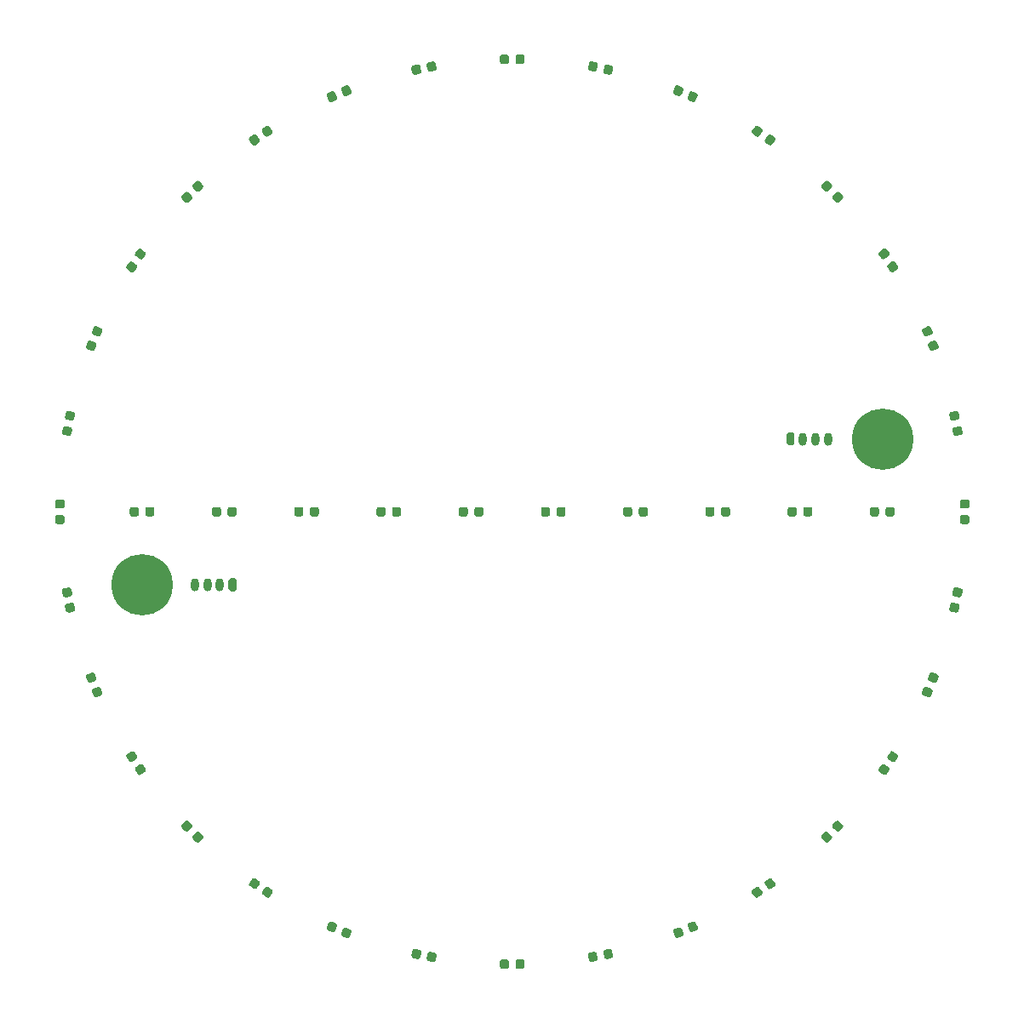
<source format=gbr>
%TF.GenerationSoftware,KiCad,Pcbnew,5.1.12-84ad8e8a86~92~ubuntu20.04.1*%
%TF.CreationDate,2021-11-26T19:12:35+01:00*%
%TF.ProjectId,led-ring-with-crossbar,6c65642d-7269-46e6-972d-776974682d63,rev?*%
%TF.SameCoordinates,Original*%
%TF.FileFunction,Soldermask,Bot*%
%TF.FilePolarity,Negative*%
%FSLAX46Y46*%
G04 Gerber Fmt 4.6, Leading zero omitted, Abs format (unit mm)*
G04 Created by KiCad (PCBNEW 5.1.12-84ad8e8a86~92~ubuntu20.04.1) date 2021-11-26 19:12:35*
%MOMM*%
%LPD*%
G01*
G04 APERTURE LIST*
%ADD10O,0.800000X1.300000*%
%ADD11C,6.100000*%
G04 APERTURE END LIST*
D10*
%TO.C,J_OUT1*%
X68430000Y-107250000D03*
X69680000Y-107250000D03*
X70930000Y-107250000D03*
G36*
G01*
X72580000Y-106800000D02*
X72580000Y-107700000D01*
G75*
G02*
X72380000Y-107900000I-200000J0D01*
G01*
X71980000Y-107900000D01*
G75*
G02*
X71780000Y-107700000I0J200000D01*
G01*
X71780000Y-106800000D01*
G75*
G02*
X71980000Y-106600000I200000J0D01*
G01*
X72380000Y-106600000D01*
G75*
G02*
X72580000Y-106800000I0J-200000D01*
G01*
G37*
%TD*%
%TO.C,J_IN1*%
X131430000Y-92750000D03*
X130180000Y-92750000D03*
X128930000Y-92750000D03*
G36*
G01*
X127280000Y-93200000D02*
X127280000Y-92300000D01*
G75*
G02*
X127480000Y-92100000I200000J0D01*
G01*
X127880000Y-92100000D01*
G75*
G02*
X128080000Y-92300000I0J-200000D01*
G01*
X128080000Y-93200000D01*
G75*
G02*
X127880000Y-93400000I-200000J0D01*
G01*
X127480000Y-93400000D01*
G75*
G02*
X127280000Y-93200000I0J200000D01*
G01*
G37*
%TD*%
D11*
%TO.C,H2*%
X136820000Y-92750000D03*
%TD*%
%TO.C,H1*%
X63200000Y-107250000D03*
%TD*%
%TO.C,C42*%
G36*
G01*
X63505000Y-100250000D02*
X63505000Y-99750000D01*
G75*
G02*
X63730000Y-99525000I225000J0D01*
G01*
X64180000Y-99525000D01*
G75*
G02*
X64405000Y-99750000I0J-225000D01*
G01*
X64405000Y-100250000D01*
G75*
G02*
X64180000Y-100475000I-225000J0D01*
G01*
X63730000Y-100475000D01*
G75*
G02*
X63505000Y-100250000I0J225000D01*
G01*
G37*
G36*
G01*
X61955000Y-100250000D02*
X61955000Y-99750000D01*
G75*
G02*
X62180000Y-99525000I225000J0D01*
G01*
X62630000Y-99525000D01*
G75*
G02*
X62855000Y-99750000I0J-225000D01*
G01*
X62855000Y-100250000D01*
G75*
G02*
X62630000Y-100475000I-225000J0D01*
G01*
X62180000Y-100475000D01*
G75*
G02*
X61955000Y-100250000I0J225000D01*
G01*
G37*
%TD*%
%TO.C,C41*%
G36*
G01*
X71685000Y-100250000D02*
X71685000Y-99750000D01*
G75*
G02*
X71910000Y-99525000I225000J0D01*
G01*
X72360000Y-99525000D01*
G75*
G02*
X72585000Y-99750000I0J-225000D01*
G01*
X72585000Y-100250000D01*
G75*
G02*
X72360000Y-100475000I-225000J0D01*
G01*
X71910000Y-100475000D01*
G75*
G02*
X71685000Y-100250000I0J225000D01*
G01*
G37*
G36*
G01*
X70135000Y-100250000D02*
X70135000Y-99750000D01*
G75*
G02*
X70360000Y-99525000I225000J0D01*
G01*
X70810000Y-99525000D01*
G75*
G02*
X71035000Y-99750000I0J-225000D01*
G01*
X71035000Y-100250000D01*
G75*
G02*
X70810000Y-100475000I-225000J0D01*
G01*
X70360000Y-100475000D01*
G75*
G02*
X70135000Y-100250000I0J225000D01*
G01*
G37*
%TD*%
%TO.C,C40*%
G36*
G01*
X79865000Y-100250000D02*
X79865000Y-99750000D01*
G75*
G02*
X80090000Y-99525000I225000J0D01*
G01*
X80540000Y-99525000D01*
G75*
G02*
X80765000Y-99750000I0J-225000D01*
G01*
X80765000Y-100250000D01*
G75*
G02*
X80540000Y-100475000I-225000J0D01*
G01*
X80090000Y-100475000D01*
G75*
G02*
X79865000Y-100250000I0J225000D01*
G01*
G37*
G36*
G01*
X78315000Y-100250000D02*
X78315000Y-99750000D01*
G75*
G02*
X78540000Y-99525000I225000J0D01*
G01*
X78990000Y-99525000D01*
G75*
G02*
X79215000Y-99750000I0J-225000D01*
G01*
X79215000Y-100250000D01*
G75*
G02*
X78990000Y-100475000I-225000J0D01*
G01*
X78540000Y-100475000D01*
G75*
G02*
X78315000Y-100250000I0J225000D01*
G01*
G37*
%TD*%
%TO.C,C39*%
G36*
G01*
X88045000Y-100250000D02*
X88045000Y-99750000D01*
G75*
G02*
X88270000Y-99525000I225000J0D01*
G01*
X88720000Y-99525000D01*
G75*
G02*
X88945000Y-99750000I0J-225000D01*
G01*
X88945000Y-100250000D01*
G75*
G02*
X88720000Y-100475000I-225000J0D01*
G01*
X88270000Y-100475000D01*
G75*
G02*
X88045000Y-100250000I0J225000D01*
G01*
G37*
G36*
G01*
X86495000Y-100250000D02*
X86495000Y-99750000D01*
G75*
G02*
X86720000Y-99525000I225000J0D01*
G01*
X87170000Y-99525000D01*
G75*
G02*
X87395000Y-99750000I0J-225000D01*
G01*
X87395000Y-100250000D01*
G75*
G02*
X87170000Y-100475000I-225000J0D01*
G01*
X86720000Y-100475000D01*
G75*
G02*
X86495000Y-100250000I0J225000D01*
G01*
G37*
%TD*%
%TO.C,C38*%
G36*
G01*
X96225000Y-100250000D02*
X96225000Y-99750000D01*
G75*
G02*
X96450000Y-99525000I225000J0D01*
G01*
X96900000Y-99525000D01*
G75*
G02*
X97125000Y-99750000I0J-225000D01*
G01*
X97125000Y-100250000D01*
G75*
G02*
X96900000Y-100475000I-225000J0D01*
G01*
X96450000Y-100475000D01*
G75*
G02*
X96225000Y-100250000I0J225000D01*
G01*
G37*
G36*
G01*
X94675000Y-100250000D02*
X94675000Y-99750000D01*
G75*
G02*
X94900000Y-99525000I225000J0D01*
G01*
X95350000Y-99525000D01*
G75*
G02*
X95575000Y-99750000I0J-225000D01*
G01*
X95575000Y-100250000D01*
G75*
G02*
X95350000Y-100475000I-225000J0D01*
G01*
X94900000Y-100475000D01*
G75*
G02*
X94675000Y-100250000I0J225000D01*
G01*
G37*
%TD*%
%TO.C,C37*%
G36*
G01*
X104405000Y-100250000D02*
X104405000Y-99750000D01*
G75*
G02*
X104630000Y-99525000I225000J0D01*
G01*
X105080000Y-99525000D01*
G75*
G02*
X105305000Y-99750000I0J-225000D01*
G01*
X105305000Y-100250000D01*
G75*
G02*
X105080000Y-100475000I-225000J0D01*
G01*
X104630000Y-100475000D01*
G75*
G02*
X104405000Y-100250000I0J225000D01*
G01*
G37*
G36*
G01*
X102855000Y-100250000D02*
X102855000Y-99750000D01*
G75*
G02*
X103080000Y-99525000I225000J0D01*
G01*
X103530000Y-99525000D01*
G75*
G02*
X103755000Y-99750000I0J-225000D01*
G01*
X103755000Y-100250000D01*
G75*
G02*
X103530000Y-100475000I-225000J0D01*
G01*
X103080000Y-100475000D01*
G75*
G02*
X102855000Y-100250000I0J225000D01*
G01*
G37*
%TD*%
%TO.C,C36*%
G36*
G01*
X112585000Y-100250000D02*
X112585000Y-99750000D01*
G75*
G02*
X112810000Y-99525000I225000J0D01*
G01*
X113260000Y-99525000D01*
G75*
G02*
X113485000Y-99750000I0J-225000D01*
G01*
X113485000Y-100250000D01*
G75*
G02*
X113260000Y-100475000I-225000J0D01*
G01*
X112810000Y-100475000D01*
G75*
G02*
X112585000Y-100250000I0J225000D01*
G01*
G37*
G36*
G01*
X111035000Y-100250000D02*
X111035000Y-99750000D01*
G75*
G02*
X111260000Y-99525000I225000J0D01*
G01*
X111710000Y-99525000D01*
G75*
G02*
X111935000Y-99750000I0J-225000D01*
G01*
X111935000Y-100250000D01*
G75*
G02*
X111710000Y-100475000I-225000J0D01*
G01*
X111260000Y-100475000D01*
G75*
G02*
X111035000Y-100250000I0J225000D01*
G01*
G37*
%TD*%
%TO.C,C35*%
G36*
G01*
X120765000Y-100250000D02*
X120765000Y-99750000D01*
G75*
G02*
X120990000Y-99525000I225000J0D01*
G01*
X121440000Y-99525000D01*
G75*
G02*
X121665000Y-99750000I0J-225000D01*
G01*
X121665000Y-100250000D01*
G75*
G02*
X121440000Y-100475000I-225000J0D01*
G01*
X120990000Y-100475000D01*
G75*
G02*
X120765000Y-100250000I0J225000D01*
G01*
G37*
G36*
G01*
X119215000Y-100250000D02*
X119215000Y-99750000D01*
G75*
G02*
X119440000Y-99525000I225000J0D01*
G01*
X119890000Y-99525000D01*
G75*
G02*
X120115000Y-99750000I0J-225000D01*
G01*
X120115000Y-100250000D01*
G75*
G02*
X119890000Y-100475000I-225000J0D01*
G01*
X119440000Y-100475000D01*
G75*
G02*
X119215000Y-100250000I0J225000D01*
G01*
G37*
%TD*%
%TO.C,C34*%
G36*
G01*
X128945000Y-100250000D02*
X128945000Y-99750000D01*
G75*
G02*
X129170000Y-99525000I225000J0D01*
G01*
X129620000Y-99525000D01*
G75*
G02*
X129845000Y-99750000I0J-225000D01*
G01*
X129845000Y-100250000D01*
G75*
G02*
X129620000Y-100475000I-225000J0D01*
G01*
X129170000Y-100475000D01*
G75*
G02*
X128945000Y-100250000I0J225000D01*
G01*
G37*
G36*
G01*
X127395000Y-100250000D02*
X127395000Y-99750000D01*
G75*
G02*
X127620000Y-99525000I225000J0D01*
G01*
X128070000Y-99525000D01*
G75*
G02*
X128295000Y-99750000I0J-225000D01*
G01*
X128295000Y-100250000D01*
G75*
G02*
X128070000Y-100475000I-225000J0D01*
G01*
X127620000Y-100475000D01*
G75*
G02*
X127395000Y-100250000I0J225000D01*
G01*
G37*
%TD*%
%TO.C,C33*%
G36*
G01*
X137125000Y-100250000D02*
X137125000Y-99750000D01*
G75*
G02*
X137350000Y-99525000I225000J0D01*
G01*
X137800000Y-99525000D01*
G75*
G02*
X138025000Y-99750000I0J-225000D01*
G01*
X138025000Y-100250000D01*
G75*
G02*
X137800000Y-100475000I-225000J0D01*
G01*
X137350000Y-100475000D01*
G75*
G02*
X137125000Y-100250000I0J225000D01*
G01*
G37*
G36*
G01*
X135575000Y-100250000D02*
X135575000Y-99750000D01*
G75*
G02*
X135800000Y-99525000I225000J0D01*
G01*
X136250000Y-99525000D01*
G75*
G02*
X136475000Y-99750000I0J-225000D01*
G01*
X136475000Y-100250000D01*
G75*
G02*
X136250000Y-100475000I-225000J0D01*
G01*
X135800000Y-100475000D01*
G75*
G02*
X135575000Y-100250000I0J225000D01*
G01*
G37*
%TD*%
%TO.C,C32*%
G36*
G01*
X144750000Y-100325000D02*
X145250000Y-100325000D01*
G75*
G02*
X145475000Y-100550000I0J-225000D01*
G01*
X145475000Y-101000000D01*
G75*
G02*
X145250000Y-101225000I-225000J0D01*
G01*
X144750000Y-101225000D01*
G75*
G02*
X144525000Y-101000000I0J225000D01*
G01*
X144525000Y-100550000D01*
G75*
G02*
X144750000Y-100325000I225000J0D01*
G01*
G37*
G36*
G01*
X144750000Y-98775000D02*
X145250000Y-98775000D01*
G75*
G02*
X145475000Y-99000000I0J-225000D01*
G01*
X145475000Y-99450000D01*
G75*
G02*
X145250000Y-99675000I-225000J0D01*
G01*
X144750000Y-99675000D01*
G75*
G02*
X144525000Y-99450000I0J225000D01*
G01*
X144525000Y-99000000D01*
G75*
G02*
X144750000Y-98775000I225000J0D01*
G01*
G37*
%TD*%
%TO.C,C31*%
G36*
G01*
X143826164Y-109048713D02*
X144316472Y-109146686D01*
G75*
G02*
X144493022Y-109411412I-44088J-220638D01*
G01*
X144404846Y-109852689D01*
G75*
G02*
X144140120Y-110029239I-220638J44088D01*
G01*
X143649812Y-109931266D01*
G75*
G02*
X143473262Y-109666540I44088J220638D01*
G01*
X143561438Y-109225263D01*
G75*
G02*
X143826164Y-109048713I220638J-44088D01*
G01*
G37*
G36*
G01*
X144129880Y-107528761D02*
X144620188Y-107626734D01*
G75*
G02*
X144796738Y-107891460I-44088J-220638D01*
G01*
X144708562Y-108332737D01*
G75*
G02*
X144443836Y-108509287I-220638J44088D01*
G01*
X143953528Y-108411314D01*
G75*
G02*
X143776978Y-108146588I44088J220638D01*
G01*
X143865154Y-107705311D01*
G75*
G02*
X144129880Y-107528761I220638J-44088D01*
G01*
G37*
%TD*%
%TO.C,C30*%
G36*
G01*
X141219658Y-117425590D02*
X141681598Y-117616932D01*
G75*
G02*
X141803367Y-117910909I-86104J-207873D01*
G01*
X141631159Y-118326655D01*
G75*
G02*
X141337182Y-118448424I-207873J86104D01*
G01*
X140875242Y-118257082D01*
G75*
G02*
X140753473Y-117963105I86104J207873D01*
G01*
X140925681Y-117547359D01*
G75*
G02*
X141219658Y-117425590I207873J-86104D01*
G01*
G37*
G36*
G01*
X141812818Y-115993576D02*
X142274758Y-116184918D01*
G75*
G02*
X142396527Y-116478895I-86104J-207873D01*
G01*
X142224319Y-116894641D01*
G75*
G02*
X141930342Y-117016410I-207873J86104D01*
G01*
X141468402Y-116825068D01*
G75*
G02*
X141346633Y-116531091I86104J207873D01*
G01*
X141518841Y-116115345D01*
G75*
G02*
X141812818Y-115993576I207873J-86104D01*
G01*
G37*
%TD*%
%TO.C,C29*%
G36*
G01*
X137027458Y-125131996D02*
X137442951Y-125410143D01*
G75*
G02*
X137504756Y-125722282I-125167J-186972D01*
G01*
X137254423Y-126096225D01*
G75*
G02*
X136942284Y-126158030I-186972J125167D01*
G01*
X136526791Y-125879883D01*
G75*
G02*
X136464986Y-125567744I125167J186972D01*
G01*
X136715319Y-125193801D01*
G75*
G02*
X137027458Y-125131996I186972J-125167D01*
G01*
G37*
G36*
G01*
X137889716Y-123843970D02*
X138305209Y-124122117D01*
G75*
G02*
X138367014Y-124434256I-125167J-186972D01*
G01*
X138116681Y-124808199D01*
G75*
G02*
X137804542Y-124870004I-186972J125167D01*
G01*
X137389049Y-124591857D01*
G75*
G02*
X137327244Y-124279718I125167J186972D01*
G01*
X137577577Y-123905775D01*
G75*
G02*
X137889716Y-123843970I186972J-125167D01*
G01*
G37*
%TD*%
%TO.C,C28*%
G36*
G01*
X131413413Y-131873033D02*
X131766967Y-132226587D01*
G75*
G02*
X131766967Y-132544785I-159099J-159099D01*
G01*
X131448769Y-132862983D01*
G75*
G02*
X131130571Y-132862983I-159099J159099D01*
G01*
X130777017Y-132509429D01*
G75*
G02*
X130777017Y-132191231I159099J159099D01*
G01*
X131095215Y-131873033D01*
G75*
G02*
X131413413Y-131873033I159099J-159099D01*
G01*
G37*
G36*
G01*
X132509429Y-130777017D02*
X132862983Y-131130571D01*
G75*
G02*
X132862983Y-131448769I-159099J-159099D01*
G01*
X132544785Y-131766967D01*
G75*
G02*
X132226587Y-131766967I-159099J159099D01*
G01*
X131873033Y-131413413D01*
G75*
G02*
X131873033Y-131095215I159099J159099D01*
G01*
X132191231Y-130777017D01*
G75*
G02*
X132509429Y-130777017I159099J-159099D01*
G01*
G37*
%TD*%
%TO.C,C27*%
G36*
G01*
X124591905Y-137388335D02*
X124869327Y-137804313D01*
G75*
G02*
X124806977Y-138116343I-187190J-124840D01*
G01*
X124432597Y-138366023D01*
G75*
G02*
X124120567Y-138303673I-124840J187190D01*
G01*
X123843145Y-137887695D01*
G75*
G02*
X123905495Y-137575665I187190J124840D01*
G01*
X124279875Y-137325985D01*
G75*
G02*
X124591905Y-137388335I124840J-187190D01*
G01*
G37*
G36*
G01*
X125881433Y-136528327D02*
X126158855Y-136944305D01*
G75*
G02*
X126096505Y-137256335I-187190J-124840D01*
G01*
X125722125Y-137506015D01*
G75*
G02*
X125410095Y-137443665I-124840J187190D01*
G01*
X125132673Y-137027687D01*
G75*
G02*
X125195023Y-136715657I187190J124840D01*
G01*
X125569403Y-136465977D01*
G75*
G02*
X125881433Y-136528327I124840J-187190D01*
G01*
G37*
%TD*%
%TO.C,C26*%
G36*
G01*
X116825068Y-141468402D02*
X117016410Y-141930342D01*
G75*
G02*
X116894641Y-142224319I-207873J-86104D01*
G01*
X116478895Y-142396527D01*
G75*
G02*
X116184918Y-142274758I-86104J207873D01*
G01*
X115993576Y-141812818D01*
G75*
G02*
X116115345Y-141518841I207873J86104D01*
G01*
X116531091Y-141346633D01*
G75*
G02*
X116825068Y-141468402I86104J-207873D01*
G01*
G37*
G36*
G01*
X118257082Y-140875242D02*
X118448424Y-141337182D01*
G75*
G02*
X118326655Y-141631159I-207873J-86104D01*
G01*
X117910909Y-141803367D01*
G75*
G02*
X117616932Y-141681598I-86104J207873D01*
G01*
X117425590Y-141219658D01*
G75*
G02*
X117547359Y-140925681I207873J86104D01*
G01*
X117963105Y-140753473D01*
G75*
G02*
X118257082Y-140875242I86104J-207873D01*
G01*
G37*
%TD*%
%TO.C,C25*%
G36*
G01*
X108411631Y-143952887D02*
X108508748Y-144443365D01*
G75*
G02*
X108331736Y-144707783I-220715J-43703D01*
G01*
X107890307Y-144795189D01*
G75*
G02*
X107625889Y-144618177I-43703J220715D01*
G01*
X107528772Y-144127699D01*
G75*
G02*
X107705784Y-143863281I220715J43703D01*
G01*
X108147213Y-143775875D01*
G75*
G02*
X108411631Y-143952887I43703J-220715D01*
G01*
G37*
G36*
G01*
X109932111Y-143651823D02*
X110029228Y-144142301D01*
G75*
G02*
X109852216Y-144406719I-220715J-43703D01*
G01*
X109410787Y-144494125D01*
G75*
G02*
X109146369Y-144317113I-43703J220715D01*
G01*
X109049252Y-143826635D01*
G75*
G02*
X109226264Y-143562217I220715J43703D01*
G01*
X109667693Y-143474811D01*
G75*
G02*
X109932111Y-143651823I43703J-220715D01*
G01*
G37*
%TD*%
%TO.C,C24*%
G36*
G01*
X99675000Y-144750000D02*
X99675000Y-145250000D01*
G75*
G02*
X99450000Y-145475000I-225000J0D01*
G01*
X99000000Y-145475000D01*
G75*
G02*
X98775000Y-145250000I0J225000D01*
G01*
X98775000Y-144750000D01*
G75*
G02*
X99000000Y-144525000I225000J0D01*
G01*
X99450000Y-144525000D01*
G75*
G02*
X99675000Y-144750000I0J-225000D01*
G01*
G37*
G36*
G01*
X101225000Y-144750000D02*
X101225000Y-145250000D01*
G75*
G02*
X101000000Y-145475000I-225000J0D01*
G01*
X100550000Y-145475000D01*
G75*
G02*
X100325000Y-145250000I0J225000D01*
G01*
X100325000Y-144750000D01*
G75*
G02*
X100550000Y-144525000I225000J0D01*
G01*
X101000000Y-144525000D01*
G75*
G02*
X101225000Y-144750000I0J-225000D01*
G01*
G37*
%TD*%
%TO.C,C23*%
G36*
G01*
X90951287Y-143826164D02*
X90853314Y-144316472D01*
G75*
G02*
X90588588Y-144493022I-220638J44088D01*
G01*
X90147311Y-144404846D01*
G75*
G02*
X89970761Y-144140120I44088J220638D01*
G01*
X90068734Y-143649812D01*
G75*
G02*
X90333460Y-143473262I220638J-44088D01*
G01*
X90774737Y-143561438D01*
G75*
G02*
X90951287Y-143826164I-44088J-220638D01*
G01*
G37*
G36*
G01*
X92471239Y-144129880D02*
X92373266Y-144620188D01*
G75*
G02*
X92108540Y-144796738I-220638J44088D01*
G01*
X91667263Y-144708562D01*
G75*
G02*
X91490713Y-144443836I44088J220638D01*
G01*
X91588686Y-143953528D01*
G75*
G02*
X91853412Y-143776978I220638J-44088D01*
G01*
X92294689Y-143865154D01*
G75*
G02*
X92471239Y-144129880I-44088J-220638D01*
G01*
G37*
%TD*%
%TO.C,C22*%
G36*
G01*
X82574410Y-141219658D02*
X82383068Y-141681598D01*
G75*
G02*
X82089091Y-141803367I-207873J86104D01*
G01*
X81673345Y-141631159D01*
G75*
G02*
X81551576Y-141337182I86104J207873D01*
G01*
X81742918Y-140875242D01*
G75*
G02*
X82036895Y-140753473I207873J-86104D01*
G01*
X82452641Y-140925681D01*
G75*
G02*
X82574410Y-141219658I-86104J-207873D01*
G01*
G37*
G36*
G01*
X84006424Y-141812818D02*
X83815082Y-142274758D01*
G75*
G02*
X83521105Y-142396527I-207873J86104D01*
G01*
X83105359Y-142224319D01*
G75*
G02*
X82983590Y-141930342I86104J207873D01*
G01*
X83174932Y-141468402D01*
G75*
G02*
X83468909Y-141346633I207873J-86104D01*
G01*
X83884655Y-141518841D01*
G75*
G02*
X84006424Y-141812818I-86104J-207873D01*
G01*
G37*
%TD*%
%TO.C,C21*%
G36*
G01*
X74868004Y-137027458D02*
X74589857Y-137442951D01*
G75*
G02*
X74277718Y-137504756I-186972J125167D01*
G01*
X73903775Y-137254423D01*
G75*
G02*
X73841970Y-136942284I125167J186972D01*
G01*
X74120117Y-136526791D01*
G75*
G02*
X74432256Y-136464986I186972J-125167D01*
G01*
X74806199Y-136715319D01*
G75*
G02*
X74868004Y-137027458I-125167J-186972D01*
G01*
G37*
G36*
G01*
X76156030Y-137889716D02*
X75877883Y-138305209D01*
G75*
G02*
X75565744Y-138367014I-186972J125167D01*
G01*
X75191801Y-138116681D01*
G75*
G02*
X75129996Y-137804542I125167J186972D01*
G01*
X75408143Y-137389049D01*
G75*
G02*
X75720282Y-137327244I186972J-125167D01*
G01*
X76094225Y-137577577D01*
G75*
G02*
X76156030Y-137889716I-125167J-186972D01*
G01*
G37*
%TD*%
%TO.C,C20*%
G36*
G01*
X68126967Y-131413413D02*
X67773413Y-131766967D01*
G75*
G02*
X67455215Y-131766967I-159099J159099D01*
G01*
X67137017Y-131448769D01*
G75*
G02*
X67137017Y-131130571I159099J159099D01*
G01*
X67490571Y-130777017D01*
G75*
G02*
X67808769Y-130777017I159099J-159099D01*
G01*
X68126967Y-131095215D01*
G75*
G02*
X68126967Y-131413413I-159099J-159099D01*
G01*
G37*
G36*
G01*
X69222983Y-132509429D02*
X68869429Y-132862983D01*
G75*
G02*
X68551231Y-132862983I-159099J159099D01*
G01*
X68233033Y-132544785D01*
G75*
G02*
X68233033Y-132226587I159099J159099D01*
G01*
X68586587Y-131873033D01*
G75*
G02*
X68904785Y-131873033I159099J-159099D01*
G01*
X69222983Y-132191231D01*
G75*
G02*
X69222983Y-132509429I-159099J-159099D01*
G01*
G37*
%TD*%
%TO.C,C19*%
G36*
G01*
X62611665Y-124591905D02*
X62195687Y-124869327D01*
G75*
G02*
X61883657Y-124806977I-124840J187190D01*
G01*
X61633977Y-124432597D01*
G75*
G02*
X61696327Y-124120567I187190J124840D01*
G01*
X62112305Y-123843145D01*
G75*
G02*
X62424335Y-123905495I124840J-187190D01*
G01*
X62674015Y-124279875D01*
G75*
G02*
X62611665Y-124591905I-187190J-124840D01*
G01*
G37*
G36*
G01*
X63471673Y-125881433D02*
X63055695Y-126158855D01*
G75*
G02*
X62743665Y-126096505I-124840J187190D01*
G01*
X62493985Y-125722125D01*
G75*
G02*
X62556335Y-125410095I187190J124840D01*
G01*
X62972313Y-125132673D01*
G75*
G02*
X63284343Y-125195023I124840J-187190D01*
G01*
X63534023Y-125569403D01*
G75*
G02*
X63471673Y-125881433I-187190J-124840D01*
G01*
G37*
%TD*%
%TO.C,C18*%
G36*
G01*
X58531598Y-116825068D02*
X58069658Y-117016410D01*
G75*
G02*
X57775681Y-116894641I-86104J207873D01*
G01*
X57603473Y-116478895D01*
G75*
G02*
X57725242Y-116184918I207873J86104D01*
G01*
X58187182Y-115993576D01*
G75*
G02*
X58481159Y-116115345I86104J-207873D01*
G01*
X58653367Y-116531091D01*
G75*
G02*
X58531598Y-116825068I-207873J-86104D01*
G01*
G37*
G36*
G01*
X59124758Y-118257082D02*
X58662818Y-118448424D01*
G75*
G02*
X58368841Y-118326655I-86104J207873D01*
G01*
X58196633Y-117910909D01*
G75*
G02*
X58318402Y-117616932I207873J86104D01*
G01*
X58780342Y-117425590D01*
G75*
G02*
X59074319Y-117547359I86104J-207873D01*
G01*
X59246527Y-117963105D01*
G75*
G02*
X59124758Y-118257082I-207873J-86104D01*
G01*
G37*
%TD*%
%TO.C,C17*%
G36*
G01*
X56047113Y-108411631D02*
X55556635Y-108508748D01*
G75*
G02*
X55292217Y-108331736I-43703J220715D01*
G01*
X55204811Y-107890307D01*
G75*
G02*
X55381823Y-107625889I220715J43703D01*
G01*
X55872301Y-107528772D01*
G75*
G02*
X56136719Y-107705784I43703J-220715D01*
G01*
X56224125Y-108147213D01*
G75*
G02*
X56047113Y-108411631I-220715J-43703D01*
G01*
G37*
G36*
G01*
X56348177Y-109932111D02*
X55857699Y-110029228D01*
G75*
G02*
X55593281Y-109852216I-43703J220715D01*
G01*
X55505875Y-109410787D01*
G75*
G02*
X55682887Y-109146369I220715J43703D01*
G01*
X56173365Y-109049252D01*
G75*
G02*
X56437783Y-109226264I43703J-220715D01*
G01*
X56525189Y-109667693D01*
G75*
G02*
X56348177Y-109932111I-220715J-43703D01*
G01*
G37*
%TD*%
%TO.C,C16*%
G36*
G01*
X55250000Y-99675000D02*
X54750000Y-99675000D01*
G75*
G02*
X54525000Y-99450000I0J225000D01*
G01*
X54525000Y-99000000D01*
G75*
G02*
X54750000Y-98775000I225000J0D01*
G01*
X55250000Y-98775000D01*
G75*
G02*
X55475000Y-99000000I0J-225000D01*
G01*
X55475000Y-99450000D01*
G75*
G02*
X55250000Y-99675000I-225000J0D01*
G01*
G37*
G36*
G01*
X55250000Y-101225000D02*
X54750000Y-101225000D01*
G75*
G02*
X54525000Y-101000000I0J225000D01*
G01*
X54525000Y-100550000D01*
G75*
G02*
X54750000Y-100325000I225000J0D01*
G01*
X55250000Y-100325000D01*
G75*
G02*
X55475000Y-100550000I0J-225000D01*
G01*
X55475000Y-101000000D01*
G75*
G02*
X55250000Y-101225000I-225000J0D01*
G01*
G37*
%TD*%
%TO.C,C15*%
G36*
G01*
X56173836Y-90951287D02*
X55683528Y-90853314D01*
G75*
G02*
X55506978Y-90588588I44088J220638D01*
G01*
X55595154Y-90147311D01*
G75*
G02*
X55859880Y-89970761I220638J-44088D01*
G01*
X56350188Y-90068734D01*
G75*
G02*
X56526738Y-90333460I-44088J-220638D01*
G01*
X56438562Y-90774737D01*
G75*
G02*
X56173836Y-90951287I-220638J44088D01*
G01*
G37*
G36*
G01*
X55870120Y-92471239D02*
X55379812Y-92373266D01*
G75*
G02*
X55203262Y-92108540I44088J220638D01*
G01*
X55291438Y-91667263D01*
G75*
G02*
X55556164Y-91490713I220638J-44088D01*
G01*
X56046472Y-91588686D01*
G75*
G02*
X56223022Y-91853412I-44088J-220638D01*
G01*
X56134846Y-92294689D01*
G75*
G02*
X55870120Y-92471239I-220638J44088D01*
G01*
G37*
%TD*%
%TO.C,C14*%
G36*
G01*
X58780342Y-82574410D02*
X58318402Y-82383068D01*
G75*
G02*
X58196633Y-82089091I86104J207873D01*
G01*
X58368841Y-81673345D01*
G75*
G02*
X58662818Y-81551576I207873J-86104D01*
G01*
X59124758Y-81742918D01*
G75*
G02*
X59246527Y-82036895I-86104J-207873D01*
G01*
X59074319Y-82452641D01*
G75*
G02*
X58780342Y-82574410I-207873J86104D01*
G01*
G37*
G36*
G01*
X58187182Y-84006424D02*
X57725242Y-83815082D01*
G75*
G02*
X57603473Y-83521105I86104J207873D01*
G01*
X57775681Y-83105359D01*
G75*
G02*
X58069658Y-82983590I207873J-86104D01*
G01*
X58531598Y-83174932D01*
G75*
G02*
X58653367Y-83468909I-86104J-207873D01*
G01*
X58481159Y-83884655D01*
G75*
G02*
X58187182Y-84006424I-207873J86104D01*
G01*
G37*
%TD*%
%TO.C,C13*%
G36*
G01*
X62972542Y-74868004D02*
X62557049Y-74589857D01*
G75*
G02*
X62495244Y-74277718I125167J186972D01*
G01*
X62745577Y-73903775D01*
G75*
G02*
X63057716Y-73841970I186972J-125167D01*
G01*
X63473209Y-74120117D01*
G75*
G02*
X63535014Y-74432256I-125167J-186972D01*
G01*
X63284681Y-74806199D01*
G75*
G02*
X62972542Y-74868004I-186972J125167D01*
G01*
G37*
G36*
G01*
X62110284Y-76156030D02*
X61694791Y-75877883D01*
G75*
G02*
X61632986Y-75565744I125167J186972D01*
G01*
X61883319Y-75191801D01*
G75*
G02*
X62195458Y-75129996I186972J-125167D01*
G01*
X62610951Y-75408143D01*
G75*
G02*
X62672756Y-75720282I-125167J-186972D01*
G01*
X62422423Y-76094225D01*
G75*
G02*
X62110284Y-76156030I-186972J125167D01*
G01*
G37*
%TD*%
%TO.C,C12*%
G36*
G01*
X68586587Y-68126967D02*
X68233033Y-67773413D01*
G75*
G02*
X68233033Y-67455215I159099J159099D01*
G01*
X68551231Y-67137017D01*
G75*
G02*
X68869429Y-67137017I159099J-159099D01*
G01*
X69222983Y-67490571D01*
G75*
G02*
X69222983Y-67808769I-159099J-159099D01*
G01*
X68904785Y-68126967D01*
G75*
G02*
X68586587Y-68126967I-159099J159099D01*
G01*
G37*
G36*
G01*
X67490571Y-69222983D02*
X67137017Y-68869429D01*
G75*
G02*
X67137017Y-68551231I159099J159099D01*
G01*
X67455215Y-68233033D01*
G75*
G02*
X67773413Y-68233033I159099J-159099D01*
G01*
X68126967Y-68586587D01*
G75*
G02*
X68126967Y-68904785I-159099J-159099D01*
G01*
X67808769Y-69222983D01*
G75*
G02*
X67490571Y-69222983I-159099J159099D01*
G01*
G37*
%TD*%
%TO.C,C11*%
G36*
G01*
X75399095Y-62611665D02*
X75121673Y-62195687D01*
G75*
G02*
X75184023Y-61883657I187190J124840D01*
G01*
X75558403Y-61633977D01*
G75*
G02*
X75870433Y-61696327I124840J-187190D01*
G01*
X76147855Y-62112305D01*
G75*
G02*
X76085505Y-62424335I-187190J-124840D01*
G01*
X75711125Y-62674015D01*
G75*
G02*
X75399095Y-62611665I-124840J187190D01*
G01*
G37*
G36*
G01*
X74109567Y-63471673D02*
X73832145Y-63055695D01*
G75*
G02*
X73894495Y-62743665I187190J124840D01*
G01*
X74268875Y-62493985D01*
G75*
G02*
X74580905Y-62556335I124840J-187190D01*
G01*
X74858327Y-62972313D01*
G75*
G02*
X74795977Y-63284343I-187190J-124840D01*
G01*
X74421597Y-63534023D01*
G75*
G02*
X74109567Y-63471673I-124840J187190D01*
G01*
G37*
%TD*%
%TO.C,C10*%
G36*
G01*
X83174932Y-58531598D02*
X82983590Y-58069658D01*
G75*
G02*
X83105359Y-57775681I207873J86104D01*
G01*
X83521105Y-57603473D01*
G75*
G02*
X83815082Y-57725242I86104J-207873D01*
G01*
X84006424Y-58187182D01*
G75*
G02*
X83884655Y-58481159I-207873J-86104D01*
G01*
X83468909Y-58653367D01*
G75*
G02*
X83174932Y-58531598I-86104J207873D01*
G01*
G37*
G36*
G01*
X81742918Y-59124758D02*
X81551576Y-58662818D01*
G75*
G02*
X81673345Y-58368841I207873J86104D01*
G01*
X82089091Y-58196633D01*
G75*
G02*
X82383068Y-58318402I86104J-207873D01*
G01*
X82574410Y-58780342D01*
G75*
G02*
X82452641Y-59074319I-207873J-86104D01*
G01*
X82036895Y-59246527D01*
G75*
G02*
X81742918Y-59124758I-86104J207873D01*
G01*
G37*
%TD*%
%TO.C,C9*%
G36*
G01*
X91588369Y-56047113D02*
X91491252Y-55556635D01*
G75*
G02*
X91668264Y-55292217I220715J43703D01*
G01*
X92109693Y-55204811D01*
G75*
G02*
X92374111Y-55381823I43703J-220715D01*
G01*
X92471228Y-55872301D01*
G75*
G02*
X92294216Y-56136719I-220715J-43703D01*
G01*
X91852787Y-56224125D01*
G75*
G02*
X91588369Y-56047113I-43703J220715D01*
G01*
G37*
G36*
G01*
X90067889Y-56348177D02*
X89970772Y-55857699D01*
G75*
G02*
X90147784Y-55593281I220715J43703D01*
G01*
X90589213Y-55505875D01*
G75*
G02*
X90853631Y-55682887I43703J-220715D01*
G01*
X90950748Y-56173365D01*
G75*
G02*
X90773736Y-56437783I-220715J-43703D01*
G01*
X90332307Y-56525189D01*
G75*
G02*
X90067889Y-56348177I-43703J220715D01*
G01*
G37*
%TD*%
%TO.C,C8*%
G36*
G01*
X100325000Y-55250000D02*
X100325000Y-54750000D01*
G75*
G02*
X100550000Y-54525000I225000J0D01*
G01*
X101000000Y-54525000D01*
G75*
G02*
X101225000Y-54750000I0J-225000D01*
G01*
X101225000Y-55250000D01*
G75*
G02*
X101000000Y-55475000I-225000J0D01*
G01*
X100550000Y-55475000D01*
G75*
G02*
X100325000Y-55250000I0J225000D01*
G01*
G37*
G36*
G01*
X98775000Y-55250000D02*
X98775000Y-54750000D01*
G75*
G02*
X99000000Y-54525000I225000J0D01*
G01*
X99450000Y-54525000D01*
G75*
G02*
X99675000Y-54750000I0J-225000D01*
G01*
X99675000Y-55250000D01*
G75*
G02*
X99450000Y-55475000I-225000J0D01*
G01*
X99000000Y-55475000D01*
G75*
G02*
X98775000Y-55250000I0J225000D01*
G01*
G37*
%TD*%
%TO.C,C7*%
G36*
G01*
X109048713Y-56173836D02*
X109146686Y-55683528D01*
G75*
G02*
X109411412Y-55506978I220638J-44088D01*
G01*
X109852689Y-55595154D01*
G75*
G02*
X110029239Y-55859880I-44088J-220638D01*
G01*
X109931266Y-56350188D01*
G75*
G02*
X109666540Y-56526738I-220638J44088D01*
G01*
X109225263Y-56438562D01*
G75*
G02*
X109048713Y-56173836I44088J220638D01*
G01*
G37*
G36*
G01*
X107528761Y-55870120D02*
X107626734Y-55379812D01*
G75*
G02*
X107891460Y-55203262I220638J-44088D01*
G01*
X108332737Y-55291438D01*
G75*
G02*
X108509287Y-55556164I-44088J-220638D01*
G01*
X108411314Y-56046472D01*
G75*
G02*
X108146588Y-56223022I-220638J44088D01*
G01*
X107705311Y-56134846D01*
G75*
G02*
X107528761Y-55870120I44088J220638D01*
G01*
G37*
%TD*%
%TO.C,C6*%
G36*
G01*
X117425590Y-58780342D02*
X117616932Y-58318402D01*
G75*
G02*
X117910909Y-58196633I207873J-86104D01*
G01*
X118326655Y-58368841D01*
G75*
G02*
X118448424Y-58662818I-86104J-207873D01*
G01*
X118257082Y-59124758D01*
G75*
G02*
X117963105Y-59246527I-207873J86104D01*
G01*
X117547359Y-59074319D01*
G75*
G02*
X117425590Y-58780342I86104J207873D01*
G01*
G37*
G36*
G01*
X115993576Y-58187182D02*
X116184918Y-57725242D01*
G75*
G02*
X116478895Y-57603473I207873J-86104D01*
G01*
X116894641Y-57775681D01*
G75*
G02*
X117016410Y-58069658I-86104J-207873D01*
G01*
X116825068Y-58531598D01*
G75*
G02*
X116531091Y-58653367I-207873J86104D01*
G01*
X116115345Y-58481159D01*
G75*
G02*
X115993576Y-58187182I86104J207873D01*
G01*
G37*
%TD*%
%TO.C,C5*%
G36*
G01*
X125131996Y-62972542D02*
X125410143Y-62557049D01*
G75*
G02*
X125722282Y-62495244I186972J-125167D01*
G01*
X126096225Y-62745577D01*
G75*
G02*
X126158030Y-63057716I-125167J-186972D01*
G01*
X125879883Y-63473209D01*
G75*
G02*
X125567744Y-63535014I-186972J125167D01*
G01*
X125193801Y-63284681D01*
G75*
G02*
X125131996Y-62972542I125167J186972D01*
G01*
G37*
G36*
G01*
X123843970Y-62110284D02*
X124122117Y-61694791D01*
G75*
G02*
X124434256Y-61632986I186972J-125167D01*
G01*
X124808199Y-61883319D01*
G75*
G02*
X124870004Y-62195458I-125167J-186972D01*
G01*
X124591857Y-62610951D01*
G75*
G02*
X124279718Y-62672756I-186972J125167D01*
G01*
X123905775Y-62422423D01*
G75*
G02*
X123843970Y-62110284I125167J186972D01*
G01*
G37*
%TD*%
%TO.C,C4*%
G36*
G01*
X131873033Y-68586587D02*
X132226587Y-68233033D01*
G75*
G02*
X132544785Y-68233033I159099J-159099D01*
G01*
X132862983Y-68551231D01*
G75*
G02*
X132862983Y-68869429I-159099J-159099D01*
G01*
X132509429Y-69222983D01*
G75*
G02*
X132191231Y-69222983I-159099J159099D01*
G01*
X131873033Y-68904785D01*
G75*
G02*
X131873033Y-68586587I159099J159099D01*
G01*
G37*
G36*
G01*
X130777017Y-67490571D02*
X131130571Y-67137017D01*
G75*
G02*
X131448769Y-67137017I159099J-159099D01*
G01*
X131766967Y-67455215D01*
G75*
G02*
X131766967Y-67773413I-159099J-159099D01*
G01*
X131413413Y-68126967D01*
G75*
G02*
X131095215Y-68126967I-159099J159099D01*
G01*
X130777017Y-67808769D01*
G75*
G02*
X130777017Y-67490571I159099J159099D01*
G01*
G37*
%TD*%
%TO.C,C3*%
G36*
G01*
X137388335Y-75408095D02*
X137804313Y-75130673D01*
G75*
G02*
X138116343Y-75193023I124840J-187190D01*
G01*
X138366023Y-75567403D01*
G75*
G02*
X138303673Y-75879433I-187190J-124840D01*
G01*
X137887695Y-76156855D01*
G75*
G02*
X137575665Y-76094505I-124840J187190D01*
G01*
X137325985Y-75720125D01*
G75*
G02*
X137388335Y-75408095I187190J124840D01*
G01*
G37*
G36*
G01*
X136528327Y-74118567D02*
X136944305Y-73841145D01*
G75*
G02*
X137256335Y-73903495I124840J-187190D01*
G01*
X137506015Y-74277875D01*
G75*
G02*
X137443665Y-74589905I-187190J-124840D01*
G01*
X137027687Y-74867327D01*
G75*
G02*
X136715657Y-74804977I-124840J187190D01*
G01*
X136465977Y-74430597D01*
G75*
G02*
X136528327Y-74118567I187190J124840D01*
G01*
G37*
%TD*%
%TO.C,C2*%
G36*
G01*
X141468402Y-83174932D02*
X141930342Y-82983590D01*
G75*
G02*
X142224319Y-83105359I86104J-207873D01*
G01*
X142396527Y-83521105D01*
G75*
G02*
X142274758Y-83815082I-207873J-86104D01*
G01*
X141812818Y-84006424D01*
G75*
G02*
X141518841Y-83884655I-86104J207873D01*
G01*
X141346633Y-83468909D01*
G75*
G02*
X141468402Y-83174932I207873J86104D01*
G01*
G37*
G36*
G01*
X140875242Y-81742918D02*
X141337182Y-81551576D01*
G75*
G02*
X141631159Y-81673345I86104J-207873D01*
G01*
X141803367Y-82089091D01*
G75*
G02*
X141681598Y-82383068I-207873J-86104D01*
G01*
X141219658Y-82574410D01*
G75*
G02*
X140925681Y-82452641I-86104J207873D01*
G01*
X140753473Y-82036895D01*
G75*
G02*
X140875242Y-81742918I207873J86104D01*
G01*
G37*
%TD*%
%TO.C,C1*%
G36*
G01*
X143952887Y-91588369D02*
X144443365Y-91491252D01*
G75*
G02*
X144707783Y-91668264I43703J-220715D01*
G01*
X144795189Y-92109693D01*
G75*
G02*
X144618177Y-92374111I-220715J-43703D01*
G01*
X144127699Y-92471228D01*
G75*
G02*
X143863281Y-92294216I-43703J220715D01*
G01*
X143775875Y-91852787D01*
G75*
G02*
X143952887Y-91588369I220715J43703D01*
G01*
G37*
G36*
G01*
X143651823Y-90067889D02*
X144142301Y-89970772D01*
G75*
G02*
X144406719Y-90147784I43703J-220715D01*
G01*
X144494125Y-90589213D01*
G75*
G02*
X144317113Y-90853631I-220715J-43703D01*
G01*
X143826635Y-90950748D01*
G75*
G02*
X143562217Y-90773736I-43703J220715D01*
G01*
X143474811Y-90332307D01*
G75*
G02*
X143651823Y-90067889I220715J43703D01*
G01*
G37*
%TD*%
M02*

</source>
